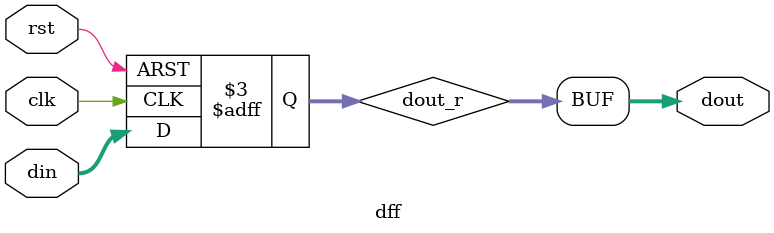
<source format=v>
module dff ( clk, rst,din,dout);
input clk,rst;
input [31:0] din;
output  [31:0]    dout;
reg [31:0] dout_r;

always@(posedge clk,negedge rst)
begin
    if (!rst) dout_r=32'd0;
    else dout_r=din;
end
    
assign dout=dout_r;  // 由于模块与模块之间必须以wire 形式连接 所以需要使用 assign转化
endmodule
</source>
